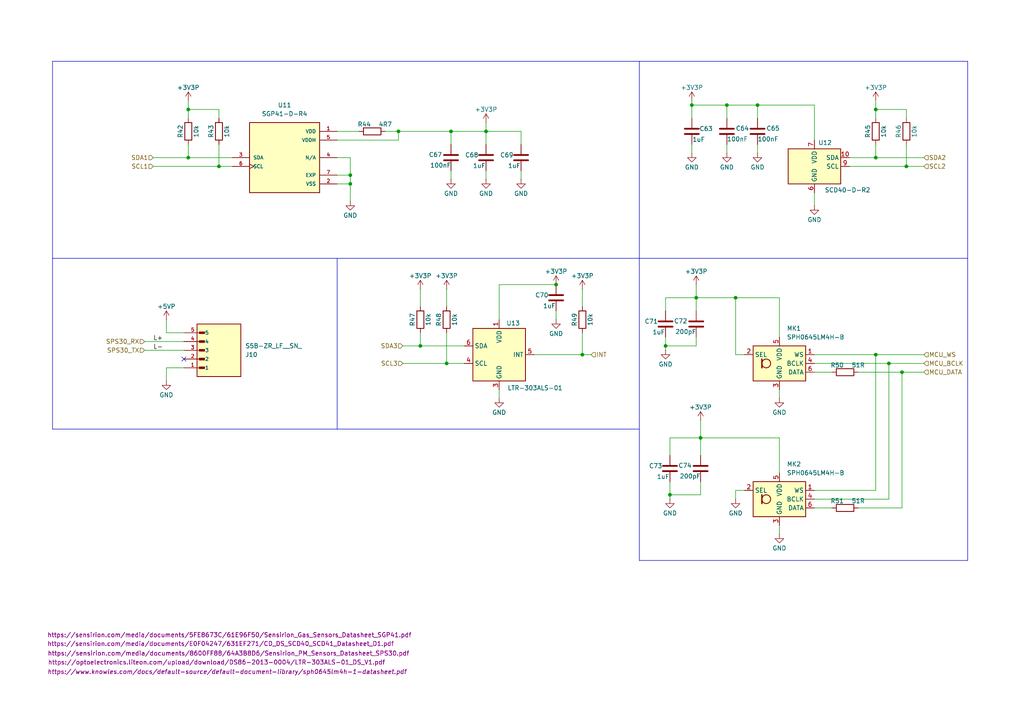
<source format=kicad_sch>
(kicad_sch (version 20250114) (generator "eeschema") (generator_version "9.0")
  (paper "A4")
  (title_block (title "OpenAirScope") (date "2025-09-08") (rev "v0-Draft") (company "E.Mert ÇAKIR"))
  (lib_symbols
    (symbol "Device:C" (pin_numbers (hide yes)) (pin_names (offset 0.254))
      (property "Reference" "C" (at 0.635 2.54 0))
      (property "Value" "C" (at 0.635 -2.54 0))
      (symbol "C_0_1"
        (polyline (pts (xy -2.032 0.762) (xy 2.032 0.762)) (stroke (width 0.508)))
        (polyline (pts (xy -2.032 -0.762) (xy 2.032 -0.762)) (stroke (width 0.508)))
      )
      (symbol "C_1_1"
        (pin passive line (at 0 3.81 270) (length 2.794) (name "~") (number "1"))
        (pin passive line (at 0 -3.81 90) (length 2.794) (name "~") (number "2"))
      )
    )
    (symbol "Device:R" (pin_numbers (hide yes)) (pin_names (offset 0))
      (property "Reference" "R" (at 2.032 0 90))
      (property "Value" "R" (at 0 0 90))
      (symbol "R_0_1"
        (rectangle (start -1.016 -2.54) (end 1.016 2.54) (stroke (width 0.254)))
      )
      (symbol "R_1_1"
        (pin passive line (at 0 3.81 270) (length 1.27) (name "~") (number "1"))
        (pin passive line (at 0 -3.81 90) (length 1.27) (name "~") (number "2"))
      )
    )
    (symbol "S5B-ZR_LF__SN_:S5B-ZR_LF__SN_" (pin_names (offset 1.016))
      (property "Reference" "J" (at -6.85 7.62 0))
      (property "Value" "S5B-ZR_LF__SN_" (at -6.35 -10.16 0))
      (symbol "S5B-ZR_LF__SN__0_0"
        (rectangle (start -6.35 -7.62) (end 6.35 7.62) (stroke (width 0.254)) (fill (type background)))
        (rectangle (start -5.715 4.7625) (end -4.1275 5.3975) (stroke (width 0.1)) (fill (type outline)))
        (rectangle (start -5.715 2.2225) (end -4.1275 2.8575) (stroke (width 0.1)) (fill (type outline)))
        (rectangle (start -5.715 -0.3175) (end -4.1275 0.3175) (stroke (width 0.1)) (fill (type outline)))
        (rectangle (start -5.715 -2.8575) (end -4.1275 -2.2225) (stroke (width 0.1)) (fill (type outline)))
        (rectangle (start -5.715 -5.3975) (end -4.1275 -4.7625) (stroke (width 0.1)) (fill (type outline)))
        (pin passive line (at -10.16 5.08 0) (length 5.08) (name "1") (number "1"))
        (pin passive line (at -10.16 2.54 0) (length 5.08) (name "2") (number "2"))
        (pin passive line (at -10.16 0 0) (length 5.08) (name "3") (number "3"))
        (pin passive line (at -10.16 -2.54 0) (length 5.08) (name "4") (number "4"))
        (pin passive line (at -10.16 -5.08 0) (length 5.08) (name "5") (number "5"))
      )
    )
    (symbol "SGP41-D-R4:SGP41-D-R4" (pin_names (offset 1.016))
      (property "Reference" "U" (at -10.16 10.922 0))
      (property "Value" "SGP41-D-R4" (at -10.16 -10.922 0))
      (symbol "SGP41-D-R4_0_0"
        (rectangle (start -10.16 -10.16) (end 10.16 10.16) (stroke (width 0.254)) (fill (type background)))
        (pin bidirectional line (at -15.24 0 0) (length 5.08) (name "SDA") (number "3"))
        (pin bidirectional clock (at -15.24 -2.54 0) (length 5.08) (name "SCL") (number "6"))
        (pin power_in line (at 15.24 7.62 180) (length 5.08) (name "VDD") (number "1"))
        (pin power_in line (at 15.24 5.08 180) (length 5.08) (name "VDDH") (number "5"))
        (pin passive line (at 15.24 0 180) (length 5.08) (name "N/A") (number "4"))
        (pin power_in line (at 15.24 -5.08 180) (length 5.08) (name "EXP") (number "7"))
        (pin power_in line (at 15.24 -7.62 180) (length 5.08) (name "VSS") (number "2"))
      )
    )
    (symbol "Sensor_Audio:SPH0645LM4H"
      (property "Reference" "MK" (at -7.62 6.35 0))
      (property "Value" "SPH0645LM4H" (at 1.27 6.35 0))
      (symbol "SPH0645LM4H_1_1"
        (rectangle (start -7.62 5.08) (end 7.62 -5.08) (stroke (width 0.254)) (fill (type background)))
        (polyline (pts (xy -5.08 1.27) (xy -5.08 -1.27)) (stroke (width 0.381)))
        (circle (center -3.81 0) (radius 1.27) (stroke (width 0.254)))
        (pin input line (at -10.16 2.54 0) (length 2.54) (name "SEL") (number "2"))
        (pin power_in line (at 0 7.62 270) (length 2.54) (name "VDD") (number "5"))
        (pin power_in line (at 0 -7.62 90) (length 2.54) (name "GND") (number "3"))
        (pin input line (at 10.16 2.54 180) (length 2.54) (name "WS") (number "1"))
        (pin input line (at 10.16 0 180) (length 2.54) (name "BCLK") (number "4"))
        (pin output line (at 10.16 -2.54 180) (length 2.54) (name "DATA") (number "6"))
      )
    )
    (symbol "Sensor_Gas:SCD40-D-R2"
      (property "Reference" "U" (at -7.62 6.35 0))
      (property "Value" "SCD40-D-R2" (at 6.985 6.35 0))
      (symbol "SCD40-D-R2_0_1"
        (rectangle (start 7.62 5.08) (end -7.62 -5.08) (stroke (width 0.254)) (fill (type background)))
      )
      (symbol "SCD40-D-R2_1_1"
        (pin passive line (at 0 7.62 270) (length 2.54) (hide yes) (name "VDD") (number "19"))
        (pin power_in line (at 0 7.62 270) (length 2.54) (name "VDD") (number "7"))
        (pin passive line (at 0 -7.62 90) (length 2.54) (hide yes) (name "GND") (number "20"))
        (pin passive line (at 0 -7.62 90) (length 2.54) (hide yes) (name "GND") (number "21"))
        (pin power_in line (at 0 -7.62 90) (length 2.54) (name "GND") (number "6"))
        (pin bidirectional line (at 10.16 2.54 180) (length 2.54) (name "SDA") (number "10"))
        (pin input line (at 10.16 0 180) (length 2.54) (name "SCL") (number "9"))
      )
    )
    (symbol "Sensor_Optical:LTR-303ALS-01"
      (property "Reference" "U" (at -7.62 8.89 0))
      (property "Value" "LTR-303ALS-01" (at 1.27 8.89 0))
      (symbol "LTR-303ALS-01_0_1"
        (rectangle (start -7.62 7.62) (end 7.62 -7.62) (stroke (width 0.254)) (fill (type background)))
      )
      (symbol "LTR-303ALS-01_1_1"
        (pin bidirectional line (at -10.16 2.54 0) (length 2.54) (name "SDA") (number "6"))
        (pin input line (at -10.16 -2.54 0) (length 2.54) (name "SCL") (number "4"))
        (pin power_in line (at 0 10.16 270) (length 2.54) (name "VDD") (number "1"))
        (pin power_in line (at 0 -10.16 90) (length 2.54) (name "GND") (number "3"))
        (pin no_connect line (at 7.62 -2.54 180) (length 2.54) (hide yes) (name "NC") (number "2"))
        (pin open_collector line (at 10.16 0 180) (length 2.54) (name "INT") (number "5"))
      )
    )
    (symbol "power:GND" (power) (pin_numbers (hide yes)) (pin_names (offset 0) (hide yes))
      (property "Value" "GND" (at 0 -3.81 0))
      (symbol "GND_0_1"
        (polyline (pts (xy 0 0) (xy 0 -1.27) (xy 1.27 -1.27) (xy 0 -2.54) (xy -1.27 -1.27) (xy 0 -1.27)))
      )
      (symbol "GND_1_1"
        (pin power_in line (at 0 0 270) (length 0) (name "~") (number "1"))
      )
    )
    (symbol "power:VBUS" (power) (pin_numbers (hide yes)) (pin_names (offset 0) (hide yes))
      (property "Value" "VBUS" (at 0 3.556 0))
      (symbol "VBUS_0_1"
        (polyline (pts (xy -0.762 1.27) (xy 0 2.54)))
        (polyline (pts (xy 0 2.54) (xy 0.762 1.27)))
        (polyline (pts (xy 0 0) (xy 0 2.54)))
      )
      (symbol "VBUS_1_1"
        (pin power_in line (at 0 0 90) (length 0) (name "~") (number "1"))
      )
    )
  )
  (junction (at 254 102.87))
  (junction (at 254 31.75))
  (junction (at 101.6 53.34))
  (junction (at 261.62 107.95))
  (junction (at 201.93 86.36))
  (junction (at 203.2 127))
  (junction (at 121.92 100.33))
  (junction (at 140.97 38.1))
  (junction (at 194.31 143.51))
  (junction (at 262.89 48.26))
  (junction (at 257.81 105.41))
  (junction (at 63.5 48.26))
  (junction (at 54.61 45.72))
  (junction (at 130.81 38.1))
  (junction (at 200.66 30.48))
  (junction (at 213.36 86.36))
  (junction (at 161.29 82.55))
  (junction (at 115.57 38.1))
  (junction (at 210.82 30.48))
  (junction (at 168.91 102.87))
  (junction (at 193.04 100.33))
  (junction (at 54.61 31.75))
  (junction (at 254 45.72))
  (junction (at 101.6 50.8))
  (junction (at 129.54 105.41))
  (junction (at 219.71 30.48))
  (no_connect (at 53.34 104.14))
  (wire (pts (xy 219.71 30.48) (xy 219.71 34.29)))
  (polyline (pts (xy 185.42 17.78) (xy 280.67 17.78)))
  (wire (pts (xy 193.04 97.79) (xy 193.04 100.33)))
  (wire (pts (xy 97.79 38.1) (xy 104.14 38.1)))
  (wire (pts (xy 203.2 139.7) (xy 203.2 143.51)))
  (wire (pts (xy 262.89 31.75) (xy 254 31.75)))
  (wire (pts (xy 194.31 139.7) (xy 194.31 143.51)))
  (wire (pts (xy 246.38 48.26) (xy 262.89 48.26)))
  (wire (pts (xy 168.91 96.52) (xy 168.91 102.87)))
  (wire (pts (xy 236.22 144.78) (xy 257.81 144.78)))
  (wire (pts (xy 213.36 86.36) (xy 226.06 86.36)))
  (wire (pts (xy 41.91 99.06) (xy 53.34 99.06)))
  (wire (pts (xy 129.54 96.52) (xy 129.54 105.41)))
  (wire (pts (xy 144.78 92.71) (xy 144.78 82.55)))
  (wire (pts (xy 201.93 90.17) (xy 201.93 86.36)))
  (wire (pts (xy 161.29 90.17) (xy 161.29 92.71)))
  (wire (pts (xy 210.82 30.48) (xy 219.71 30.48)))
  (wire (pts (xy 97.79 40.64) (xy 115.57 40.64)))
  (wire (pts (xy 203.2 143.51) (xy 194.31 143.51)))
  (wire (pts (xy 129.54 83.82) (xy 129.54 88.9)))
  (wire (pts (xy 254 29.21) (xy 254 31.75)))
  (wire (pts (xy 236.22 107.95) (xy 241.3 107.95)))
  (polyline (pts (xy 280.67 17.78) (xy 280.67 74.93)))
  (wire (pts (xy 210.82 34.29) (xy 210.82 30.48)))
  (wire (pts (xy 54.61 45.72) (xy 67.31 45.72)))
  (wire (pts (xy 261.62 107.95) (xy 261.62 147.32)))
  (wire (pts (xy 215.9 102.87) (xy 213.36 102.87)))
  (wire (pts (xy 213.36 102.87) (xy 213.36 86.36)))
  (wire (pts (xy 200.66 34.29) (xy 200.66 30.48)))
  (wire (pts (xy 262.89 48.26) (xy 267.97 48.26)))
  (wire (pts (xy 129.54 105.41) (xy 134.62 105.41)))
  (wire (pts (xy 236.22 102.87) (xy 254 102.87)))
  (wire (pts (xy 97.79 50.8) (xy 101.6 50.8)))
  (wire (pts (xy 168.91 102.87) (xy 171.45 102.87)))
  (wire (pts (xy 226.06 86.36) (xy 226.06 97.79)))
  (wire (pts (xy 44.45 45.72) (xy 54.61 45.72)))
  (wire (pts (xy 168.91 83.82) (xy 168.91 88.9)))
  (wire (pts (xy 48.26 106.68) (xy 48.26 110.49)))
  (wire (pts (xy 63.5 34.29) (xy 63.5 31.75)))
  (wire (pts (xy 151.13 49.53) (xy 151.13 52.07)))
  (wire (pts (xy 213.36 142.24) (xy 213.36 144.78)))
  (wire (pts (xy 203.2 127) (xy 226.06 127)))
  (wire (pts (xy 236.22 55.88) (xy 236.22 59.69)))
  (polyline (pts (xy 185.42 17.78) (xy 15.24 17.78)))
  (wire (pts (xy 226.06 127) (xy 226.06 137.16)))
  (wire (pts (xy 254 41.91) (xy 254 45.72)))
  (wire (pts (xy 257.81 144.78) (xy 257.81 105.41)))
  (polyline (pts (xy 280.67 101.6) (xy 280.67 74.93)))
  (wire (pts (xy 151.13 41.91) (xy 151.13 38.1)))
  (wire (pts (xy 194.31 132.08) (xy 194.31 127)))
  (wire (pts (xy 254 142.24) (xy 236.22 142.24)))
  (wire (pts (xy 210.82 41.91) (xy 210.82 44.45)))
  (wire (pts (xy 121.92 83.82) (xy 121.92 88.9)))
  (wire (pts (xy 130.81 38.1) (xy 130.81 41.91)))
  (wire (pts (xy 151.13 38.1) (xy 140.97 38.1)))
  (wire (pts (xy 201.93 82.55) (xy 201.93 86.36)))
  (wire (pts (xy 262.89 41.91) (xy 262.89 48.26)))
  (wire (pts (xy 201.93 86.36) (xy 213.36 86.36)))
  (wire (pts (xy 200.66 41.91) (xy 200.66 44.45)))
  (polyline (pts (xy 97.79 124.46) (xy 185.42 124.46)))
  (wire (pts (xy 219.71 30.48) (xy 236.22 30.48)))
  (wire (pts (xy 201.93 97.79) (xy 201.93 100.33)))
  (polyline (pts (xy 185.42 74.93) (xy 185.42 17.78)))
  (wire (pts (xy 201.93 100.33) (xy 193.04 100.33)))
  (wire (pts (xy 48.26 96.52) (xy 48.26 92.71)))
  (polyline (pts (xy 97.79 124.46) (xy 15.24 124.46)))
  (wire (pts (xy 257.81 105.41) (xy 267.97 105.41)))
  (wire (pts (xy 54.61 31.75) (xy 54.61 34.29)))
  (polyline (pts (xy 97.79 74.93) (xy 97.79 124.46)))
  (wire (pts (xy 194.31 127) (xy 203.2 127)))
  (wire (pts (xy 226.06 113.03) (xy 226.06 115.57)))
  (wire (pts (xy 115.57 40.64) (xy 115.57 38.1)))
  (wire (pts (xy 262.89 34.29) (xy 262.89 31.75)))
  (wire (pts (xy 257.81 105.41) (xy 236.22 105.41)))
  (wire (pts (xy 236.22 147.32) (xy 241.3 147.32)))
  (wire (pts (xy 97.79 53.34) (xy 101.6 53.34)))
  (wire (pts (xy 200.66 30.48) (xy 210.82 30.48)))
  (wire (pts (xy 144.78 113.03) (xy 144.78 115.57)))
  (wire (pts (xy 111.76 38.1) (xy 115.57 38.1)))
  (wire (pts (xy 193.04 100.33) (xy 193.04 101.6)))
  (wire (pts (xy 97.79 45.72) (xy 101.6 45.72)))
  (wire (pts (xy 130.81 49.53) (xy 130.81 52.07)))
  (wire (pts (xy 140.97 35.56) (xy 140.97 38.1)))
  (wire (pts (xy 254 102.87) (xy 267.97 102.87)))
  (wire (pts (xy 41.91 101.6) (xy 53.34 101.6)))
  (polyline (pts (xy 185.42 74.93) (xy 185.42 162.56)))
  (wire (pts (xy 200.66 29.21) (xy 200.66 30.48)))
  (polyline (pts (xy 280.67 101.6) (xy 280.67 162.56)))
  (wire (pts (xy 193.04 86.36) (xy 201.93 86.36)))
  (polyline (pts (xy 280.67 74.93) (xy 185.42 74.93)))
  (wire (pts (xy 63.5 48.26) (xy 67.31 48.26)))
  (wire (pts (xy 54.61 29.21) (xy 54.61 31.75)))
  (wire (pts (xy 101.6 53.34) (xy 101.6 58.42)))
  (wire (pts (xy 254 45.72) (xy 267.97 45.72)))
  (wire (pts (xy 203.2 121.92) (xy 203.2 127)))
  (wire (pts (xy 140.97 49.53) (xy 140.97 52.07)))
  (wire (pts (xy 248.92 107.95) (xy 261.62 107.95)))
  (wire (pts (xy 116.84 100.33) (xy 121.92 100.33)))
  (wire (pts (xy 236.22 30.48) (xy 236.22 40.64)))
  (wire (pts (xy 53.34 96.52) (xy 48.26 96.52)))
  (wire (pts (xy 261.62 107.95) (xy 267.97 107.95)))
  (wire (pts (xy 144.78 82.55) (xy 161.29 82.55)))
  (wire (pts (xy 203.2 127) (xy 203.2 132.08)))
  (wire (pts (xy 121.92 96.52) (xy 121.92 100.33)))
  (polyline (pts (xy 185.42 162.56) (xy 280.67 162.56)))
  (wire (pts (xy 121.92 100.33) (xy 134.62 100.33)))
  (wire (pts (xy 246.38 45.72) (xy 254 45.72)))
  (polyline (pts (xy 15.24 74.93) (xy 185.42 74.93)))
  (wire (pts (xy 63.5 41.91) (xy 63.5 48.26)))
  (wire (pts (xy 254 102.87) (xy 254 142.24)))
  (wire (pts (xy 261.62 147.32) (xy 248.92 147.32)))
  (wire (pts (xy 140.97 41.91) (xy 140.97 38.1)))
  (polyline (pts (xy 15.24 124.46) (xy 15.24 74.93)))
  (wire (pts (xy 116.84 105.41) (xy 129.54 105.41)))
  (wire (pts (xy 54.61 41.91) (xy 54.61 45.72)))
  (wire (pts (xy 193.04 90.17) (xy 193.04 86.36)))
  (wire (pts (xy 219.71 41.91) (xy 219.71 44.45)))
  (wire (pts (xy 115.57 38.1) (xy 130.81 38.1)))
  (wire (pts (xy 101.6 45.72) (xy 101.6 50.8)))
  (wire (pts (xy 194.31 143.51) (xy 194.31 144.78)))
  (wire (pts (xy 140.97 38.1) (xy 130.81 38.1)))
  (wire (pts (xy 53.34 106.68) (xy 48.26 106.68)))
  (wire (pts (xy 44.45 48.26) (xy 63.5 48.26)))
  (wire (pts (xy 63.5 31.75) (xy 54.61 31.75)))
  (wire (pts (xy 226.06 152.4) (xy 226.06 154.94)))
  (polyline (pts (xy 15.24 17.78) (xy 15.24 74.93)))
  (wire (pts (xy 254 31.75) (xy 254 34.29)))
  (wire (pts (xy 215.9 142.24) (xy 213.36 142.24)))
  (wire (pts (xy 154.94 102.87) (xy 168.91 102.87)))
  (wire (pts (xy 101.6 50.8) (xy 101.6 53.34)))
  (label "L+" (at 44.45 99.06 0))
  (label "L-" (at 44.45 101.6 0))
  (hierarchical_label "SDA1" (shape input) (at 44.45 45.72 180))
  (hierarchical_label "MCU_DATA" (shape input) (at 267.97 107.95 0))
  (hierarchical_label "INT" (shape input) (at 171.45 102.87 0))
  (hierarchical_label "SPS30_TX" (shape input) (at 41.91 101.6 180))
  (hierarchical_label "SDA3" (shape input) (at 116.84 100.33 180))
  (hierarchical_label "SPS30_RX" (shape input) (at 41.91 99.06 180))
  (hierarchical_label "MCU_BCLK" (shape input) (at 267.97 105.41 0))
  (hierarchical_label "SCL3" (shape input) (at 116.84 105.41 180))
  (hierarchical_label "SCL2" (shape input) (at 267.97 48.26 0))
  (hierarchical_label "MCU_WS" (shape input) (at 267.97 102.87 0))
  (hierarchical_label "SCL1" (shape input) (at 44.45 48.26 180))
  (hierarchical_label "SDA2" (shape input) (at 267.97 45.72 0))
  (symbol (lib_id "Sensor_Optical:LTR-303ALS-01") (at 144.78 102.87 0) (unit 1)
    (property "Reference" "U13" (at 148.844 93.726 0))
    (property "Value" "LTR-303ALS-01" (at 155.194 112.522 0))
    (property "Footprint" "OptoDevice:Lite-On_LTR-303ALS-01" (effects (hide yes)))
    (property "Datasheet" "https://optoelectronics.liteon.com/upload/download/DS86-2013-0004/LTR-303ALS-01_DS_V1.pdf" (at 62.8184 192.0778 0))
    (property "Description" "ambient light sensor, i2c interface, 0.01 to 64k lux, 2.4-3.6V" (effects (hide yes)))
  )
  (symbol (lib_id "Device:R") (at 121.92 92.71 180) (unit 1)
    (property "Reference" "R47" (at 119.634 92.71 90))
    (property "Value" "10k" (at 124.206 92.71 90))
    (property "Footprint" "Resistor_SMD:R_0603_1608Metric" (effects (hide yes)))
    (property "Description" "Resistor" (effects (hide yes)))
  )
  (symbol (lib_id "power:GND") (at 226.06 115.57 0) (unit 1)
    (property "Reference" "#PWR0128" (effects (hide yes)))
    (property "Value" "GND" (at 226.06 119.634 0))
    (property "Description" "Power symbol creates a global label with name \"GND\" , ground" (effects (hide yes)))
  )
  (symbol (lib_id "power:GND") (at 210.82 44.45 0) (unit 1)
    (property "Reference" "#PWR0110" (effects (hide yes)))
    (property "Value" "GND" (at 210.82 48.514 0))
    (property "Description" "Power symbol creates a global label with name \"GND\" , ground" (effects (hide yes)))
  )
  (symbol (lib_id "Device:C") (at 193.04 93.98 0) (unit 1)
    (property "Reference" "C71" (at 186.944 93.218 0) (effects (justify left)))
    (property "Value" "1uF" (at 189.2202 96.3393 0) (effects (justify left)))
    (property "Footprint" "Capacitor_SMD:C_1206_3216Metric" (effects (hide yes)))
    (property "Description" "Unpolarized capacitor" (effects (hide yes)))
  )
  (symbol (lib_id "power:VBUS") (at 168.91 83.82 0) (unit 1)
    (property "Reference" "#PWR0122" (effects (hide yes)))
    (property "Value" "+3V3P" (at 168.91 80.01 0))
    (property "Description" "Power symbol creates a global label with name \"VBUS\"" (effects (hide yes)))
  )
  (symbol (lib_id "Device:C") (at 140.97 45.72 0) (unit 1)
    (property "Reference" "C68" (at 134.874 44.958 0) (effects (justify left)))
    (property "Value" "1uF" (at 137.1502 48.0793 0) (effects (justify left)))
    (property "Footprint" "Capacitor_SMD:C_1206_3216Metric" (effects (hide yes)))
    (property "Description" "Unpolarized capacitor" (effects (hide yes)))
  )
  (symbol (lib_id "power:VBUS") (at 121.92 83.82 0) (unit 1)
    (property "Reference" "#PWR0120" (effects (hide yes)))
    (property "Value" "+3V3P" (at 121.92 80.01 0))
    (property "Description" "Power symbol creates a global label with name \"VBUS\"" (effects (hide yes)))
  )
  (symbol (lib_id "Device:C") (at 210.82 38.1 180) (unit 1)
    (property "Reference" "C64" (at 213.3757 37.2339 0) (effects (justify right)))
    (property "Value" "100nF" (at 210.82 40.3398 0) (effects (justify right)))
    (property "Footprint" "Capacitor_SMD:C_0603_1608Metric" (effects (hide yes)))
    (property "Description" "Unpolarized capacitor" (effects (hide yes)))
  )
  (symbol (lib_id "power:GND") (at 144.78 115.57 0) (unit 1)
    (property "Reference" "#PWR0127" (effects (hide yes)))
    (property "Value" "GND" (at 144.78 119.634 0))
    (property "Description" "Power symbol creates a global label with name \"GND\" , ground" (effects (hide yes)))
  )
  (symbol (lib_id "Device:R") (at 262.89 38.1 180) (unit 1)
    (property "Reference" "R46" (at 260.604 38.1 90))
    (property "Value" "10k" (at 265.176 38.1 90))
    (property "Footprint" "Resistor_SMD:R_0603_1608Metric" (effects (hide yes)))
    (property "Description" "Resistor" (effects (hide yes)))
  )
  (symbol (lib_id "Sensor_Gas:SCD40-D-R2") (at 236.22 48.26 0) (unit 1)
    (property "Reference" "U12" (at 241.3 41.402 0) (effects (justify right)))
    (property "Value" "SCD40-D-R2" (at 252.476 55.118 0) (effects (justify right)))
    (property "Footprint" "Sensor:Sensirion_SCD4x-1EP_10.1x10.1mm_P1.25mm_EP4.8x4.8mm" (effects (hide yes)))
    (property "Datasheet" "https://sensirion.com/media/documents/E0F04247/631EF271/CD_DS_SCD40_SCD41_Datasheet_D1.pdf" (at 64.008 186.69 0))
    (property "Description" "Photoacoustic CO2 sensor, 40 000 ppm, I2C, 2.4-5.5 V, Base accuracy  400 - 2000 ppm" (effects (hide yes)))
  )
  (symbol (lib_id "Device:C") (at 219.71 38.1 180) (unit 1)
    (property "Reference" "C65" (at 222.2657 37.2339 0) (effects (justify right)))
    (property "Value" "100nF" (at 219.71 40.3398 0) (effects (justify right)))
    (property "Footprint" "Capacitor_SMD:C_0603_1608Metric" (effects (hide yes)))
    (property "Description" "Unpolarized capacitor" (effects (hide yes)))
  )
  (symbol (lib_id "Device:C") (at 203.2 135.89 0) (mirror x) (unit 1)
    (property "Reference" "C74" (at 200.6443 135.0239 0) (effects (justify right)))
    (property "Value" "200pF" (at 203.2 138.1298 0) (effects (justify right)))
    (property "Footprint" "Capacitor_SMD:C_0603_1608Metric" (effects (hide yes)))
    (property "Description" "Unpolarized capacitor" (effects (hide yes)))
  )
  (symbol (lib_id "power:VBUS") (at 54.61 29.21 0) (unit 1)
    (property "Reference" "#PWR0105" (effects (hide yes)))
    (property "Value" "+3V3P" (at 54.61 25.4 0))
    (property "Description" "Power symbol creates a global label with name \"VBUS\"" (effects (hide yes)))
  )
  (symbol (lib_id "Device:C") (at 130.81 45.72 0) (mirror x) (unit 1)
    (property "Reference" "C67" (at 128.2543 44.8539 0) (effects (justify right)))
    (property "Value" "100nF" (at 130.81 47.9598 0) (effects (justify right)))
    (property "Footprint" "Capacitor_SMD:C_0603_1608Metric" (effects (hide yes)))
    (property "Description" "Unpolarized capacitor" (effects (hide yes)))
  )
  (symbol (lib_id "power:GND") (at 101.6 58.42 0) (unit 1)
    (property "Reference" "#PWR0116" (effects (hide yes)))
    (property "Value" "GND" (at 101.6 62.484 0))
    (property "Description" "Power symbol creates a global label with name \"GND\" , ground" (effects (hide yes)))
  )
  (symbol (lib_id "power:GND") (at 151.13 52.07 0) (unit 1)
    (property "Reference" "#PWR0115" (effects (hide yes)))
    (property "Value" "GND" (at 151.13 56.134 0))
    (property "Description" "Power symbol creates a global label with name \"GND\" , ground" (effects (hide yes)))
  )
  (symbol (lib_id "Device:C") (at 201.93 93.98 0) (mirror x) (unit 1)
    (property "Reference" "C72" (at 199.3743 93.1139 0) (effects (justify right)))
    (property "Value" "200pF" (at 201.93 96.2198 0) (effects (justify right)))
    (property "Footprint" "Capacitor_SMD:C_0603_1608Metric" (effects (hide yes)))
    (property "Description" "Unpolarized capacitor" (effects (hide yes)))
  )
  (symbol (lib_id "Device:R") (at 245.11 107.95 90) (unit 1)
    (property "Reference" "R50" (at 242.824 105.918 90))
    (property "Value" "51R" (at 248.92 105.918 90))
    (property "Footprint" "Resistor_SMD:R_0603_1608Metric" (effects (hide yes)))
    (property "Description" "Resistor" (effects (hide yes)))
  )
  (symbol (lib_id "power:VBUS") (at 254 29.21 0) (unit 1)
    (property "Reference" "#PWR0107" (effects (hide yes)))
    (property "Value" "+3V3P" (at 254 25.4 0))
    (property "Description" "Power symbol creates a global label with name \"VBUS\"" (effects (hide yes)))
  )
  (symbol (lib_id "power:VBUS") (at 200.66 29.21 0) (unit 1)
    (property "Reference" "#PWR0106" (effects (hide yes)))
    (property "Value" "+3V3P" (at 200.66 25.4 0))
    (property "Description" "Power symbol creates a global label with name \"VBUS\"" (effects (hide yes)))
  )
  (symbol (lib_id "power:GND") (at 213.36 144.78 0) (unit 1)
    (property "Reference" "#PWR0131" (effects (hide yes)))
    (property "Value" "GND" (at 213.36 148.844 0))
    (property "Description" "Power symbol creates a global label with name \"GND\" , ground" (effects (hide yes)))
  )
  (symbol (lib_id "Device:C") (at 151.13 45.72 0) (unit 1)
    (property "Reference" "C69" (at 145.034 44.958 0) (effects (justify left)))
    (property "Value" "1uF" (at 147.3102 48.0793 0) (effects (justify left)))
    (property "Footprint" "Capacitor_SMD:C_1206_3216Metric" (effects (hide yes)))
    (property "Description" "Unpolarized capacitor" (effects (hide yes)))
  )
  (symbol (lib_id "power:GND") (at 226.06 154.94 0) (unit 1)
    (property "Reference" "#PWR0132" (effects (hide yes)))
    (property "Value" "GND" (at 226.06 159.004 0))
    (property "Description" "Power symbol creates a global label with name \"GND\" , ground" (effects (hide yes)))
  )
  (symbol (lib_id "power:GND") (at 193.04 101.6 0) (unit 1)
    (property "Reference" "#PWR0125" (effects (hide yes)))
    (property "Value" "GND" (at 193.04 105.664 0))
    (property "Description" "Power symbol creates a global label with name \"GND\" , ground" (effects (hide yes)))
  )
  (symbol (lib_id "Device:R") (at 254 38.1 180) (unit 1)
    (property "Reference" "R45" (at 251.714 38.1 90))
    (property "Value" "10k" (at 256.286 38.1 90))
    (property "Footprint" "Resistor_SMD:R_0603_1608Metric" (effects (hide yes)))
    (property "Description" "Resistor" (effects (hide yes)))
  )
  (symbol (lib_id "Device:R") (at 107.95 38.1 90) (unit 1)
    (property "Reference" "R44" (at 105.664 36.068 90))
    (property "Value" "4R7" (at 111.76 36.068 90))
    (property "Footprint" "Resistor_SMD:R_0603_1608Metric" (effects (hide yes)))
    (property "Description" "Resistor" (effects (hide yes)))
  )
  (symbol (lib_id "Device:R") (at 54.61 38.1 180) (unit 1)
    (property "Reference" "R42" (at 52.324 38.1 90))
    (property "Value" "10k" (at 56.896 38.1 90))
    (property "Footprint" "Resistor_SMD:R_0603_1608Metric" (effects (hide yes)))
    (property "Description" "Resistor" (effects (hide yes)))
  )
  (symbol (lib_id "power:GND") (at 161.29 92.71 0) (unit 1)
    (property "Reference" "#PWR0124" (effects (hide yes)))
    (property "Value" "GND" (at 161.29 96.774 0))
    (property "Description" "Power symbol creates a global label with name \"GND\" , ground" (effects (hide yes)))
  )
  (symbol (lib_id "Sensor_Audio:SPH0645LM4H") (at 226.06 144.78 0) (unit 1)
    (property "Reference" "MK2" (at 228.2033 134.62 0) (effects (justify left)))
    (property "Value" "SPH0645LM4H-B" (at 228.2033 137.16 0) (effects (justify left)))
    (property "Footprint" "Sensor_Audio:Knowles_SPH0645LM4H-6_3.5x2.65mm" (effects (hide yes)))
    (property "Datasheet" "https://www.knowles.com/docs/default-source/default-document-library/sph0645lm4h-1-datasheet.pdf" (effects (hide yes)))
    (property "Description" "Knowles MEMS Microphone, 24-bit I2S, 65 dBA SNR, LGA-6" (effects (hide yes)))
  )
  (symbol (lib_id "Device:R") (at 245.11 147.32 90) (unit 1)
    (property "Reference" "R51" (at 242.824 145.288 90))
    (property "Value" "51R" (at 248.92 145.288 90))
    (property "Footprint" "Resistor_SMD:R_0603_1608Metric" (effects (hide yes)))
    (property "Description" "Resistor" (effects (hide yes)))
  )
  (symbol (lib_id "Device:C") (at 194.31 135.89 0) (unit 1)
    (property "Reference" "C73" (at 188.214 135.128 0) (effects (justify left)))
    (property "Value" "1uF" (at 190.4902 138.2493 0) (effects (justify left)))
    (property "Footprint" "Capacitor_SMD:C_1206_3216Metric" (effects (hide yes)))
    (property "Description" "Unpolarized capacitor" (effects (hide yes)))
  )
  (symbol (lib_id "Device:C") (at 200.66 38.1 0) (mirror y) (unit 1)
    (property "Reference" "C63" (at 206.756 37.338 0) (effects (justify left)))
    (property "Value" "1uF" (at 204.4798 40.4593 0) (effects (justify left)))
    (property "Footprint" "Capacitor_SMD:C_1206_3216Metric" (effects (hide yes)))
    (property "Description" "Unpolarized capacitor" (effects (hide yes)))
  )
  (symbol (lib_id "power:GND") (at 194.31 144.78 0) (unit 1)
    (property "Reference" "#PWR0130" (effects (hide yes)))
    (property "Value" "GND" (at 194.31 148.844 0))
    (property "Description" "Power symbol creates a global label with name \"GND\" , ground" (effects (hide yes)))
  )
  (symbol (lib_id "Device:R") (at 129.54 92.71 180) (unit 1)
    (property "Reference" "R48" (at 127.254 92.71 90))
    (property "Value" "10k" (at 131.826 92.71 90))
    (property "Footprint" "Resistor_SMD:R_0603_1608Metric" (effects (hide yes)))
    (property "Description" "Resistor" (effects (hide yes)))
  )
  (symbol (lib_id "power:GND") (at 140.97 52.07 0) (unit 1)
    (property "Reference" "#PWR0114" (effects (hide yes)))
    (property "Value" "GND" (at 140.97 56.134 0))
    (property "Description" "Power symbol creates a global label with name \"GND\" , ground" (effects (hide yes)))
  )
  (symbol (lib_id "power:VBUS") (at 129.54 83.82 0) (unit 1)
    (property "Reference" "#PWR0121" (effects (hide yes)))
    (property "Value" "+3V3P" (at 129.54 80.01 0))
    (property "Description" "Power symbol creates a global label with name \"VBUS\"" (effects (hide yes)))
  )
  (symbol (lib_id "power:GND") (at 236.22 59.69 0) (unit 1)
    (property "Reference" "#PWR0117" (effects (hide yes)))
    (property "Value" "GND" (at 236.22 63.754 0))
    (property "Description" "Power symbol creates a global label with name \"GND\" , ground" (effects (hide yes)))
  )
  (symbol (lib_id "Sensor_Audio:SPH0645LM4H") (at 226.06 105.41 0) (unit 1)
    (property "Reference" "MK1" (at 228.2033 95.25 0) (effects (justify left)))
    (property "Value" "SPH0645LM4H-B" (at 228.2033 97.79 0) (effects (justify left)))
    (property "Footprint" "Sensor_Audio:Knowles_SPH0645LM4H-6_3.5x2.65mm" (effects (hide yes)))
    (property "Datasheet" "https://www.knowles.com/docs/default-source/default-document-library/sph0645lm4h-1-datasheet.pdf" (at 65.786 194.818 0) (effects (font (italic yes))))
    (property "Description" "Knowles MEMS Microphone, 24-bit I2S, 65 dBA SNR, LGA-6" (effects (hide yes)))
  )
  (symbol (lib_id "power:GND") (at 219.71 44.45 0) (unit 1)
    (property "Reference" "#PWR0111" (effects (hide yes)))
    (property "Value" "GND" (at 219.71 48.514 0))
    (property "Description" "Power symbol creates a global label with name \"GND\" , ground" (effects (hide yes)))
  )
  (symbol (lib_id "power:VBUS") (at 48.26 92.71 0) (unit 1)
    (property "Reference" "#PWR0123" (effects (hide yes)))
    (property "Value" "+5VP" (at 48.26 88.9 0))
    (property "Description" "Power symbol creates a global label with name \"VBUS\"" (effects (hide yes)))
  )
  (symbol (lib_id "power:GND") (at 48.26 110.49 0) (unit 1)
    (property "Reference" "#PWR0126" (effects (hide yes)))
    (property "Value" "GND" (at 48.26 114.554 0))
    (property "Description" "Power symbol creates a global label with name \"GND\" , ground" (effects (hide yes)))
  )
  (symbol (lib_id "Device:R") (at 63.5 38.1 180) (unit 1)
    (property "Reference" "R43" (at 61.214 38.1 90))
    (property "Value" "10k" (at 65.786 38.1 90))
    (property "Footprint" "Resistor_SMD:R_0603_1608Metric" (effects (hide yes)))
    (property "Description" "Resistor" (effects (hide yes)))
  )
  (symbol (lib_id "power:GND") (at 130.81 52.07 0) (unit 1)
    (property "Reference" "#PWR0113" (effects (hide yes)))
    (property "Value" "GND" (at 130.81 56.134 0))
    (property "Description" "Power symbol creates a global label with name \"GND\" , ground" (effects (hide yes)))
  )
  (symbol (lib_id "Device:R") (at 168.91 92.71 180) (unit 1)
    (property "Reference" "R49" (at 166.624 92.71 90))
    (property "Value" "10k" (at 171.196 92.71 90))
    (property "Footprint" "Resistor_SMD:R_0603_1608Metric" (effects (hide yes)))
    (property "Description" "Resistor" (effects (hide yes)))
  )
  (symbol (lib_id "SGP41-D-R4:SGP41-D-R4") (at 82.55 45.72 0) (unit 1)
    (property "Reference" "U11" (at 82.55 30.48 0))
    (property "Value" "SGP41-D-R4" (at 82.55 33.02 0))
    (property "Footprint" "SGP41-D-R4:XDCR_SGP41-D-R4" (effects (hide yes)))
    (property "Datasheet" "https://sensirion.com/media/documents/5FE8673C/61E96F50/Sensirion_Gas_Sensors_Datasheet_SGP41.pdf" (at 66.548 184.15 0))
    (property "MF" "Sensirion" (effects (hide yes)))
    (property "MAXIMUM_PACKAGE_HEIGHT" "0.95 mm" (effects (hide yes)))
    (property "Package" "None" (effects (hide yes)))
    (property "Price" "None" (effects (hide yes)))
    (property "Check_prices" "https://www.snapeda.com/parts/SGP41-D-R4/Sensirion/view-part/?ref=eda" (effects (hide yes)))
    (property "STANDARD" "Manufacturer Recommendations" (effects (hide yes)))
    (property "PARTREV" "1.0" (effects (hide yes)))
    (property "SnapEDA_Link" "https://www.snapeda.com/parts/SGP41-D-R4/Sensirion/view-part/?ref=snap" (effects (hide yes)))
    (property "MP" "SGP41-D-R4" (effects (hide yes)))
    (property "Description_1" "Air Quality Sensor VOC and NOx Gas Sensor 3.3V 6-Pin DFN EP" (effects (hide yes)))
    (property "Availability" "In Stock" (effects (hide yes)))
    (property "MANUFACTURER" "Sensirion" (effects (hide yes)))
  )
  (symbol (lib_id "S5B-ZR_LF__SN_:S5B-ZR_LF__SN_") (at 63.5 101.6 0) (mirror x) (unit 1)
    (property "Reference" "J10" (at 71.12 102.8701 0) (effects (justify left)))
    (property "Value" "S5B-ZR_LF__SN_" (at 71.12 100.3301 0) (effects (justify left)))
    (property "Footprint" "S5B-ZR_LF__SN_:JST_S5B-ZR_LF__SN_" (effects (hide yes)))
    (property "Datasheet" "https://sensirion.com/media/documents/8600FF88/64A3B8D6/Sensirion_PM_Sensors_Datasheet_SPS30.pdf" (at 66.294 189.484 0))
    (property "MF" "JST" (effects (hide yes)))
    (property "Description_1" "Wire-To-Board Connector, Side Entry, ZH Series, Through Hole, Header, 5, 1.5 mm RoHS Compliant: Yes" (effects (hide yes)))
    (property "Package" "None" (effects (hide yes)))
    (property "Price" "None" (effects (hide yes)))
    (property "Check_prices" "https://www.snapeda.com/parts/S5B-ZR%20(LF)(SN)/JST/view-part/?ref=eda" (effects (hide yes)))
    (property "SnapEDA_Link" "https://www.snapeda.com/parts/S5B-ZR%20(LF)(SN)/JST/view-part/?ref=snap" (effects (hide yes)))
    (property "MP" "S5B-ZR (LF)(SN)" (effects (hide yes)))
    (property "Availability" "In Stock" (effects (hide yes)))
    (property "MANUFACTURER" "JST" (effects (hide yes)))
  )
  (symbol (lib_id "Device:C") (at 161.29 86.36 0) (unit 1)
    (property "Reference" "C70" (at 155.194 85.598 0) (effects (justify left)))
    (property "Value" "1uF" (at 157.4702 88.7193 0) (effects (justify left)))
    (property "Footprint" "Capacitor_SMD:C_1206_3216Metric" (effects (hide yes)))
    (property "Description" "Unpolarized capacitor" (effects (hide yes)))
  )
  (symbol (lib_id "power:VBUS") (at 203.2 121.92 0) (unit 1)
    (property "Reference" "#PWR0129" (effects (hide yes)))
    (property "Value" "+3V3P" (at 203.2 118.11 0))
    (property "Description" "Power symbol creates a global label with name \"VBUS\"" (effects (hide yes)))
  )
  (symbol (lib_id "power:VBUS") (at 140.97 35.56 0) (unit 1)
    (property "Reference" "#PWR0108" (effects (hide yes)))
    (property "Value" "+3V3P" (at 140.97 31.75 0))
    (property "Description" "Power symbol creates a global label with name \"VBUS\"" (effects (hide yes)))
  )
  (symbol (lib_id "power:VBUS") (at 201.93 82.55 0) (unit 1)
    (property "Reference" "#PWR0119" (effects (hide yes)))
    (property "Value" "+3V3P" (at 201.93 78.74 0))
    (property "Description" "Power symbol creates a global label with name \"VBUS\"" (effects (hide yes)))
  )
  (symbol (lib_id "power:VBUS") (at 161.29 82.55 0) (unit 1)
    (property "Reference" "#PWR0118" (effects (hide yes)))
    (property "Value" "+3V3P" (at 161.29 78.74 0))
    (property "Description" "Power symbol creates a global label with name \"VBUS\"" (effects (hide yes)))
  )
  (symbol (lib_id "power:GND") (at 200.66 44.45 0) (unit 1)
    (property "Reference" "#PWR0109" (effects (hide yes)))
    (property "Value" "GND" (at 200.66 48.514 0))
    (property "Description" "Power symbol creates a global label with name \"GND\" , ground" (effects (hide yes)))
  )
)
</source>
